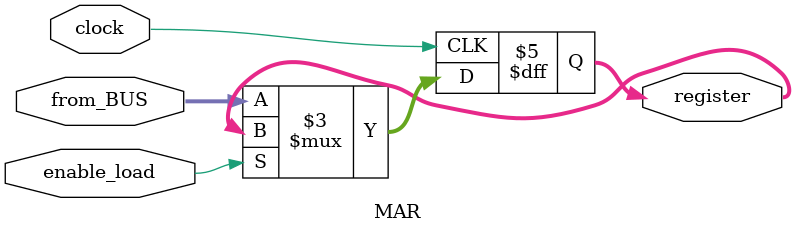
<source format=v>

/*
Register loads lower 4 bits from bus when enable_load == LOW

Register data always available on RAM address 4 bits 
*/

module MAR(from_BUS, register, enable_load, clock);
  
  input enable_load, clock;
  input [3:0] from_BUS;
  
  output reg[3:0] register;
  
  always @(posedge clock) begin
    
    if (enable_load == 1'b0)
      register <= from_BUS;

  end
    
endmodule

</source>
